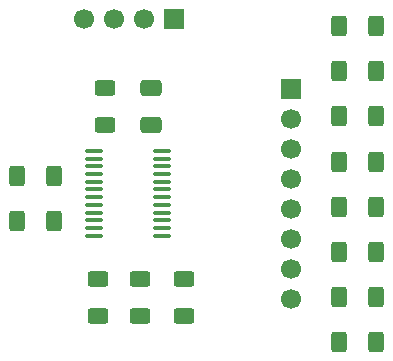
<source format=gbr>
%TF.GenerationSoftware,KiCad,Pcbnew,9.0.6*%
%TF.CreationDate,2026-01-26T18:49:08-03:00*%
%TF.ProjectId,evasion_sensor,65766173-696f-46e5-9f73-656e736f722e,rev?*%
%TF.SameCoordinates,Original*%
%TF.FileFunction,Soldermask,Top*%
%TF.FilePolarity,Negative*%
%FSLAX46Y46*%
G04 Gerber Fmt 4.6, Leading zero omitted, Abs format (unit mm)*
G04 Created by KiCad (PCBNEW 9.0.6) date 2026-01-26 18:49:08*
%MOMM*%
%LPD*%
G01*
G04 APERTURE LIST*
G04 Aperture macros list*
%AMRoundRect*
0 Rectangle with rounded corners*
0 $1 Rounding radius*
0 $2 $3 $4 $5 $6 $7 $8 $9 X,Y pos of 4 corners*
0 Add a 4 corners polygon primitive as box body*
4,1,4,$2,$3,$4,$5,$6,$7,$8,$9,$2,$3,0*
0 Add four circle primitives for the rounded corners*
1,1,$1+$1,$2,$3*
1,1,$1+$1,$4,$5*
1,1,$1+$1,$6,$7*
1,1,$1+$1,$8,$9*
0 Add four rect primitives between the rounded corners*
20,1,$1+$1,$2,$3,$4,$5,0*
20,1,$1+$1,$4,$5,$6,$7,0*
20,1,$1+$1,$6,$7,$8,$9,0*
20,1,$1+$1,$8,$9,$2,$3,0*%
G04 Aperture macros list end*
%ADD10RoundRect,0.250000X0.400000X0.625000X-0.400000X0.625000X-0.400000X-0.625000X0.400000X-0.625000X0*%
%ADD11RoundRect,0.100000X0.637500X0.100000X-0.637500X0.100000X-0.637500X-0.100000X0.637500X-0.100000X0*%
%ADD12RoundRect,0.250000X-0.625000X0.400000X-0.625000X-0.400000X0.625000X-0.400000X0.625000X0.400000X0*%
%ADD13RoundRect,0.250000X-0.400000X-0.625000X0.400000X-0.625000X0.400000X0.625000X-0.400000X0.625000X0*%
%ADD14RoundRect,0.250000X-0.650000X0.412500X-0.650000X-0.412500X0.650000X-0.412500X0.650000X0.412500X0*%
%ADD15R,1.700000X1.700000*%
%ADD16C,1.700000*%
G04 APERTURE END LIST*
D10*
%TO.C,R10*%
X210340000Y-70910000D03*
X207240000Y-70910000D03*
%TD*%
%TO.C,R8*%
X210340000Y-63270000D03*
X207240000Y-63270000D03*
%TD*%
%TO.C,R11*%
X210340000Y-74730000D03*
X207240000Y-74730000D03*
%TD*%
D11*
%TO.C,U1*%
X192220000Y-77170000D03*
X192220000Y-76520000D03*
X192220000Y-75870000D03*
X192220000Y-75220000D03*
X192220000Y-74570000D03*
X192220000Y-73920000D03*
X192220000Y-73270000D03*
X192220000Y-72620000D03*
X192220000Y-71970000D03*
X192220000Y-71320000D03*
X192220000Y-70670000D03*
X192220000Y-70020000D03*
X186495000Y-70020000D03*
X186495000Y-70670000D03*
X186495000Y-71320000D03*
X186495000Y-71970000D03*
X186495000Y-72620000D03*
X186495000Y-73270000D03*
X186495000Y-73920000D03*
X186495000Y-74570000D03*
X186495000Y-75220000D03*
X186495000Y-75870000D03*
X186495000Y-76520000D03*
X186495000Y-77170000D03*
%TD*%
D12*
%TO.C,R4*%
X186780000Y-80850000D03*
X186780000Y-83950000D03*
%TD*%
%TO.C,R6*%
X190410000Y-80850000D03*
X190410000Y-83950000D03*
%TD*%
D10*
%TO.C,R13*%
X210340000Y-82370000D03*
X207240000Y-82370000D03*
%TD*%
%TO.C,R9*%
X210340000Y-67090000D03*
X207240000Y-67090000D03*
%TD*%
%TO.C,R12*%
X210340000Y-78550000D03*
X207240000Y-78550000D03*
%TD*%
D13*
%TO.C,R1*%
X179960000Y-72160000D03*
X183060000Y-72160000D03*
%TD*%
D14*
%TO.C,C1*%
X191270000Y-64687500D03*
X191270000Y-67812500D03*
%TD*%
D12*
%TO.C,R5*%
X194090000Y-80870000D03*
X194090000Y-83970000D03*
%TD*%
D15*
%TO.C,J1*%
X203130000Y-64740000D03*
D16*
X203130000Y-67280000D03*
X203130000Y-69820000D03*
X203130000Y-72360000D03*
X203130000Y-74900000D03*
X203130000Y-77440000D03*
X203130000Y-79980000D03*
X203130000Y-82520000D03*
%TD*%
D10*
%TO.C,R7*%
X210340000Y-59450000D03*
X207240000Y-59450000D03*
%TD*%
D12*
%TO.C,R3*%
X187410000Y-64670000D03*
X187410000Y-67770000D03*
%TD*%
D13*
%TO.C,R2*%
X179960000Y-75950000D03*
X183060000Y-75950000D03*
%TD*%
D10*
%TO.C,R14*%
X210340000Y-86190000D03*
X207240000Y-86190000D03*
%TD*%
D15*
%TO.C,J2*%
X193250000Y-58830000D03*
D16*
X190710000Y-58830000D03*
X188170000Y-58830000D03*
X185630000Y-58830000D03*
%TD*%
M02*

</source>
